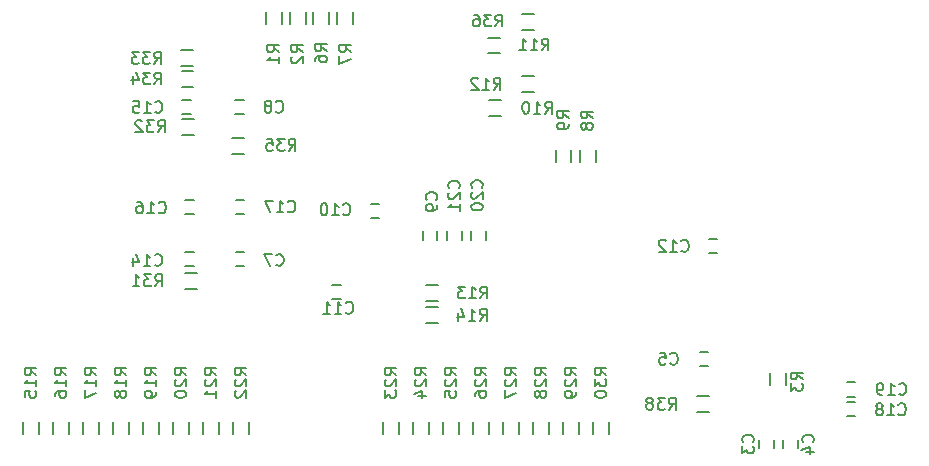
<source format=gbr>
G04 #@! TF.FileFunction,Legend,Bot*
%FSLAX46Y46*%
G04 Gerber Fmt 4.6, Leading zero omitted, Abs format (unit mm)*
G04 Created by KiCad (PCBNEW (2015-11-11 BZR 6310)-product) date Thu 17 Dec 2015 09:32:04 PM CST*
%MOMM*%
G01*
G04 APERTURE LIST*
%ADD10C,0.100000*%
%ADD11C,0.150000*%
G04 APERTURE END LIST*
D10*
D11*
X130415000Y-83780000D02*
X130415000Y-84780000D01*
X131765000Y-84780000D02*
X131765000Y-83780000D01*
X132425000Y-83780000D02*
X132425000Y-84780000D01*
X133775000Y-84780000D02*
X133775000Y-83780000D01*
X174485000Y-115300000D02*
X174485000Y-114300000D01*
X173135000Y-114300000D02*
X173135000Y-115300000D01*
X134415000Y-83780000D02*
X134415000Y-84780000D01*
X135765000Y-84780000D02*
X135765000Y-83780000D01*
X136425000Y-83780000D02*
X136425000Y-84780000D01*
X137775000Y-84780000D02*
X137775000Y-83780000D01*
X150346000Y-91229000D02*
X149346000Y-91229000D01*
X149346000Y-92579000D02*
X150346000Y-92579000D01*
X150196000Y-85919000D02*
X149196000Y-85919000D01*
X149196000Y-87269000D02*
X150196000Y-87269000D01*
X152120000Y-90555000D02*
X153120000Y-90555000D01*
X153120000Y-89205000D02*
X152120000Y-89205000D01*
X143950000Y-108245000D02*
X144950000Y-108245000D01*
X144950000Y-106895000D02*
X143950000Y-106895000D01*
X143950000Y-110085000D02*
X144950000Y-110085000D01*
X144950000Y-108735000D02*
X143950000Y-108735000D01*
X109854000Y-118451000D02*
X109854000Y-119451000D01*
X111204000Y-119451000D02*
X111204000Y-118451000D01*
X112394000Y-118451000D02*
X112394000Y-119451000D01*
X113744000Y-119451000D02*
X113744000Y-118451000D01*
X124610000Y-105825000D02*
X123610000Y-105825000D01*
X123610000Y-107175000D02*
X124610000Y-107175000D01*
X124330000Y-92815000D02*
X123330000Y-92815000D01*
X123330000Y-94165000D02*
X124330000Y-94165000D01*
X123260000Y-88325000D02*
X124260000Y-88325000D01*
X124260000Y-86975000D02*
X123260000Y-86975000D01*
X123280000Y-90105000D02*
X124280000Y-90105000D01*
X124280000Y-88755000D02*
X123280000Y-88755000D01*
X128580000Y-94395000D02*
X127580000Y-94395000D01*
X127580000Y-95745000D02*
X128580000Y-95745000D01*
X114934000Y-118451000D02*
X114934000Y-119451000D01*
X116284000Y-119451000D02*
X116284000Y-118451000D01*
X117474000Y-118451000D02*
X117474000Y-119451000D01*
X118824000Y-119451000D02*
X118824000Y-118451000D01*
X120014000Y-118451000D02*
X120014000Y-119451000D01*
X121364000Y-119451000D02*
X121364000Y-118451000D01*
X122554000Y-118451000D02*
X122554000Y-119451000D01*
X123904000Y-119451000D02*
X123904000Y-118451000D01*
X125094000Y-118451000D02*
X125094000Y-119451000D01*
X126444000Y-119451000D02*
X126444000Y-118451000D01*
X127634000Y-118451000D02*
X127634000Y-119451000D01*
X128984000Y-119451000D02*
X128984000Y-118451000D01*
X140334000Y-118451000D02*
X140334000Y-119451000D01*
X141684000Y-119451000D02*
X141684000Y-118451000D01*
X142874000Y-118451000D02*
X142874000Y-119451000D01*
X144224000Y-119451000D02*
X144224000Y-118451000D01*
X145414000Y-118451000D02*
X145414000Y-119451000D01*
X146764000Y-119451000D02*
X146764000Y-118451000D01*
X147954000Y-118451000D02*
X147954000Y-119451000D01*
X149304000Y-119451000D02*
X149304000Y-118451000D01*
X150494000Y-118451000D02*
X150494000Y-119451000D01*
X151844000Y-119451000D02*
X151844000Y-118451000D01*
X153034000Y-118451000D02*
X153034000Y-119451000D01*
X154384000Y-119451000D02*
X154384000Y-118451000D01*
X155574000Y-118451000D02*
X155574000Y-119451000D01*
X156924000Y-119451000D02*
X156924000Y-118451000D01*
X158114000Y-118451000D02*
X158114000Y-119451000D01*
X159464000Y-119451000D02*
X159464000Y-118451000D01*
X158335000Y-96470000D02*
X158335000Y-95470000D01*
X156985000Y-95470000D02*
X156985000Y-96470000D01*
X156289000Y-96464000D02*
X156289000Y-95464000D01*
X154939000Y-95464000D02*
X154939000Y-96464000D01*
X173402000Y-120698000D02*
X173402000Y-119998000D01*
X172202000Y-119998000D02*
X172202000Y-120698000D01*
X175434000Y-120698000D02*
X175434000Y-119998000D01*
X174234000Y-119998000D02*
X174234000Y-120698000D01*
X167890000Y-112560000D02*
X167190000Y-112560000D01*
X167190000Y-113760000D02*
X167890000Y-113760000D01*
X152140000Y-85245000D02*
X153140000Y-85245000D01*
X153140000Y-83895000D02*
X152140000Y-83895000D01*
X128570000Y-104080000D02*
X127870000Y-104080000D01*
X127870000Y-105280000D02*
X128570000Y-105280000D01*
X128530000Y-91210000D02*
X127830000Y-91210000D01*
X127830000Y-92410000D02*
X128530000Y-92410000D01*
X144930000Y-103020000D02*
X144930000Y-102320000D01*
X143730000Y-102320000D02*
X143730000Y-103020000D01*
X139978000Y-99972000D02*
X139278000Y-99972000D01*
X139278000Y-101172000D02*
X139978000Y-101172000D01*
X136740000Y-106890000D02*
X136040000Y-106890000D01*
X136040000Y-108090000D02*
X136740000Y-108090000D01*
X168600000Y-103000000D02*
X167900000Y-103000000D01*
X167900000Y-104200000D02*
X168600000Y-104200000D01*
X123610000Y-105290000D02*
X124310000Y-105290000D01*
X124310000Y-104090000D02*
X123610000Y-104090000D01*
X123350000Y-92410000D02*
X124050000Y-92410000D01*
X124050000Y-91210000D02*
X123350000Y-91210000D01*
X123610000Y-100870000D02*
X124310000Y-100870000D01*
X124310000Y-99670000D02*
X123610000Y-99670000D01*
X128570000Y-99670000D02*
X127870000Y-99670000D01*
X127870000Y-100870000D02*
X128570000Y-100870000D01*
X179610000Y-118000000D02*
X180310000Y-118000000D01*
X180310000Y-116800000D02*
X179610000Y-116800000D01*
X179610000Y-116320000D02*
X180310000Y-116320000D01*
X180310000Y-115120000D02*
X179610000Y-115120000D01*
X166940000Y-117655000D02*
X167940000Y-117655000D01*
X167940000Y-116305000D02*
X166940000Y-116305000D01*
X147819000Y-102337000D02*
X147819000Y-103037000D01*
X149019000Y-103037000D02*
X149019000Y-102337000D01*
X146987000Y-103037000D02*
X146987000Y-102337000D01*
X145787000Y-102337000D02*
X145787000Y-103037000D01*
X131542381Y-87161334D02*
X131066190Y-86828000D01*
X131542381Y-86589905D02*
X130542381Y-86589905D01*
X130542381Y-86970858D01*
X130590000Y-87066096D01*
X130637619Y-87113715D01*
X130732857Y-87161334D01*
X130875714Y-87161334D01*
X130970952Y-87113715D01*
X131018571Y-87066096D01*
X131066190Y-86970858D01*
X131066190Y-86589905D01*
X131542381Y-88113715D02*
X131542381Y-87542286D01*
X131542381Y-87828000D02*
X130542381Y-87828000D01*
X130685238Y-87732762D01*
X130780476Y-87637524D01*
X130828095Y-87542286D01*
X133552381Y-87161334D02*
X133076190Y-86828000D01*
X133552381Y-86589905D02*
X132552381Y-86589905D01*
X132552381Y-86970858D01*
X132600000Y-87066096D01*
X132647619Y-87113715D01*
X132742857Y-87161334D01*
X132885714Y-87161334D01*
X132980952Y-87113715D01*
X133028571Y-87066096D01*
X133076190Y-86970858D01*
X133076190Y-86589905D01*
X132647619Y-87542286D02*
X132600000Y-87589905D01*
X132552381Y-87685143D01*
X132552381Y-87923239D01*
X132600000Y-88018477D01*
X132647619Y-88066096D01*
X132742857Y-88113715D01*
X132838095Y-88113715D01*
X132980952Y-88066096D01*
X133552381Y-87494667D01*
X133552381Y-88113715D01*
X175862381Y-114853334D02*
X175386190Y-114520000D01*
X175862381Y-114281905D02*
X174862381Y-114281905D01*
X174862381Y-114662858D01*
X174910000Y-114758096D01*
X174957619Y-114805715D01*
X175052857Y-114853334D01*
X175195714Y-114853334D01*
X175290952Y-114805715D01*
X175338571Y-114758096D01*
X175386190Y-114662858D01*
X175386190Y-114281905D01*
X174862381Y-115186667D02*
X174862381Y-115805715D01*
X175243333Y-115472381D01*
X175243333Y-115615239D01*
X175290952Y-115710477D01*
X175338571Y-115758096D01*
X175433810Y-115805715D01*
X175671905Y-115805715D01*
X175767143Y-115758096D01*
X175814762Y-115710477D01*
X175862381Y-115615239D01*
X175862381Y-115329524D01*
X175814762Y-115234286D01*
X175767143Y-115186667D01*
X135572381Y-87073334D02*
X135096190Y-86740000D01*
X135572381Y-86501905D02*
X134572381Y-86501905D01*
X134572381Y-86882858D01*
X134620000Y-86978096D01*
X134667619Y-87025715D01*
X134762857Y-87073334D01*
X134905714Y-87073334D01*
X135000952Y-87025715D01*
X135048571Y-86978096D01*
X135096190Y-86882858D01*
X135096190Y-86501905D01*
X134572381Y-87930477D02*
X134572381Y-87740000D01*
X134620000Y-87644762D01*
X134667619Y-87597143D01*
X134810476Y-87501905D01*
X135000952Y-87454286D01*
X135381905Y-87454286D01*
X135477143Y-87501905D01*
X135524762Y-87549524D01*
X135572381Y-87644762D01*
X135572381Y-87835239D01*
X135524762Y-87930477D01*
X135477143Y-87978096D01*
X135381905Y-88025715D01*
X135143810Y-88025715D01*
X135048571Y-87978096D01*
X135000952Y-87930477D01*
X134953333Y-87835239D01*
X134953333Y-87644762D01*
X135000952Y-87549524D01*
X135048571Y-87501905D01*
X135143810Y-87454286D01*
X137642381Y-87153334D02*
X137166190Y-86820000D01*
X137642381Y-86581905D02*
X136642381Y-86581905D01*
X136642381Y-86962858D01*
X136690000Y-87058096D01*
X136737619Y-87105715D01*
X136832857Y-87153334D01*
X136975714Y-87153334D01*
X137070952Y-87105715D01*
X137118571Y-87058096D01*
X137166190Y-86962858D01*
X137166190Y-86581905D01*
X136642381Y-87486667D02*
X136642381Y-88153334D01*
X137642381Y-87724762D01*
X154044857Y-92356381D02*
X154378191Y-91880190D01*
X154616286Y-92356381D02*
X154616286Y-91356381D01*
X154235333Y-91356381D01*
X154140095Y-91404000D01*
X154092476Y-91451619D01*
X154044857Y-91546857D01*
X154044857Y-91689714D01*
X154092476Y-91784952D01*
X154140095Y-91832571D01*
X154235333Y-91880190D01*
X154616286Y-91880190D01*
X153092476Y-92356381D02*
X153663905Y-92356381D01*
X153378191Y-92356381D02*
X153378191Y-91356381D01*
X153473429Y-91499238D01*
X153568667Y-91594476D01*
X153663905Y-91642095D01*
X152473429Y-91356381D02*
X152378190Y-91356381D01*
X152282952Y-91404000D01*
X152235333Y-91451619D01*
X152187714Y-91546857D01*
X152140095Y-91737333D01*
X152140095Y-91975429D01*
X152187714Y-92165905D01*
X152235333Y-92261143D01*
X152282952Y-92308762D01*
X152378190Y-92356381D01*
X152473429Y-92356381D01*
X152568667Y-92308762D01*
X152616286Y-92261143D01*
X152663905Y-92165905D01*
X152711524Y-91975429D01*
X152711524Y-91737333D01*
X152663905Y-91546857D01*
X152616286Y-91451619D01*
X152568667Y-91404000D01*
X152473429Y-91356381D01*
X153772857Y-87002381D02*
X154106191Y-86526190D01*
X154344286Y-87002381D02*
X154344286Y-86002381D01*
X153963333Y-86002381D01*
X153868095Y-86050000D01*
X153820476Y-86097619D01*
X153772857Y-86192857D01*
X153772857Y-86335714D01*
X153820476Y-86430952D01*
X153868095Y-86478571D01*
X153963333Y-86526190D01*
X154344286Y-86526190D01*
X152820476Y-87002381D02*
X153391905Y-87002381D01*
X153106191Y-87002381D02*
X153106191Y-86002381D01*
X153201429Y-86145238D01*
X153296667Y-86240476D01*
X153391905Y-86288095D01*
X151868095Y-87002381D02*
X152439524Y-87002381D01*
X152153810Y-87002381D02*
X152153810Y-86002381D01*
X152249048Y-86145238D01*
X152344286Y-86240476D01*
X152439524Y-86288095D01*
X149706857Y-90332381D02*
X150040191Y-89856190D01*
X150278286Y-90332381D02*
X150278286Y-89332381D01*
X149897333Y-89332381D01*
X149802095Y-89380000D01*
X149754476Y-89427619D01*
X149706857Y-89522857D01*
X149706857Y-89665714D01*
X149754476Y-89760952D01*
X149802095Y-89808571D01*
X149897333Y-89856190D01*
X150278286Y-89856190D01*
X148754476Y-90332381D02*
X149325905Y-90332381D01*
X149040191Y-90332381D02*
X149040191Y-89332381D01*
X149135429Y-89475238D01*
X149230667Y-89570476D01*
X149325905Y-89618095D01*
X148373524Y-89427619D02*
X148325905Y-89380000D01*
X148230667Y-89332381D01*
X147992571Y-89332381D01*
X147897333Y-89380000D01*
X147849714Y-89427619D01*
X147802095Y-89522857D01*
X147802095Y-89618095D01*
X147849714Y-89760952D01*
X148421143Y-90332381D01*
X147802095Y-90332381D01*
X148572857Y-108012381D02*
X148906191Y-107536190D01*
X149144286Y-108012381D02*
X149144286Y-107012381D01*
X148763333Y-107012381D01*
X148668095Y-107060000D01*
X148620476Y-107107619D01*
X148572857Y-107202857D01*
X148572857Y-107345714D01*
X148620476Y-107440952D01*
X148668095Y-107488571D01*
X148763333Y-107536190D01*
X149144286Y-107536190D01*
X147620476Y-108012381D02*
X148191905Y-108012381D01*
X147906191Y-108012381D02*
X147906191Y-107012381D01*
X148001429Y-107155238D01*
X148096667Y-107250476D01*
X148191905Y-107298095D01*
X147287143Y-107012381D02*
X146668095Y-107012381D01*
X147001429Y-107393333D01*
X146858571Y-107393333D01*
X146763333Y-107440952D01*
X146715714Y-107488571D01*
X146668095Y-107583810D01*
X146668095Y-107821905D01*
X146715714Y-107917143D01*
X146763333Y-107964762D01*
X146858571Y-108012381D01*
X147144286Y-108012381D01*
X147239524Y-107964762D01*
X147287143Y-107917143D01*
X148532857Y-109892381D02*
X148866191Y-109416190D01*
X149104286Y-109892381D02*
X149104286Y-108892381D01*
X148723333Y-108892381D01*
X148628095Y-108940000D01*
X148580476Y-108987619D01*
X148532857Y-109082857D01*
X148532857Y-109225714D01*
X148580476Y-109320952D01*
X148628095Y-109368571D01*
X148723333Y-109416190D01*
X149104286Y-109416190D01*
X147580476Y-109892381D02*
X148151905Y-109892381D01*
X147866191Y-109892381D02*
X147866191Y-108892381D01*
X147961429Y-109035238D01*
X148056667Y-109130476D01*
X148151905Y-109178095D01*
X146723333Y-109225714D02*
X146723333Y-109892381D01*
X146961429Y-108844762D02*
X147199524Y-109559048D01*
X146580476Y-109559048D01*
X110981381Y-114498143D02*
X110505190Y-114164809D01*
X110981381Y-113926714D02*
X109981381Y-113926714D01*
X109981381Y-114307667D01*
X110029000Y-114402905D01*
X110076619Y-114450524D01*
X110171857Y-114498143D01*
X110314714Y-114498143D01*
X110409952Y-114450524D01*
X110457571Y-114402905D01*
X110505190Y-114307667D01*
X110505190Y-113926714D01*
X110981381Y-115450524D02*
X110981381Y-114879095D01*
X110981381Y-115164809D02*
X109981381Y-115164809D01*
X110124238Y-115069571D01*
X110219476Y-114974333D01*
X110267095Y-114879095D01*
X109981381Y-116355286D02*
X109981381Y-115879095D01*
X110457571Y-115831476D01*
X110409952Y-115879095D01*
X110362333Y-115974333D01*
X110362333Y-116212429D01*
X110409952Y-116307667D01*
X110457571Y-116355286D01*
X110552810Y-116402905D01*
X110790905Y-116402905D01*
X110886143Y-116355286D01*
X110933762Y-116307667D01*
X110981381Y-116212429D01*
X110981381Y-115974333D01*
X110933762Y-115879095D01*
X110886143Y-115831476D01*
X113521381Y-114498143D02*
X113045190Y-114164809D01*
X113521381Y-113926714D02*
X112521381Y-113926714D01*
X112521381Y-114307667D01*
X112569000Y-114402905D01*
X112616619Y-114450524D01*
X112711857Y-114498143D01*
X112854714Y-114498143D01*
X112949952Y-114450524D01*
X112997571Y-114402905D01*
X113045190Y-114307667D01*
X113045190Y-113926714D01*
X113521381Y-115450524D02*
X113521381Y-114879095D01*
X113521381Y-115164809D02*
X112521381Y-115164809D01*
X112664238Y-115069571D01*
X112759476Y-114974333D01*
X112807095Y-114879095D01*
X112521381Y-116307667D02*
X112521381Y-116117190D01*
X112569000Y-116021952D01*
X112616619Y-115974333D01*
X112759476Y-115879095D01*
X112949952Y-115831476D01*
X113330905Y-115831476D01*
X113426143Y-115879095D01*
X113473762Y-115926714D01*
X113521381Y-116021952D01*
X113521381Y-116212429D01*
X113473762Y-116307667D01*
X113426143Y-116355286D01*
X113330905Y-116402905D01*
X113092810Y-116402905D01*
X112997571Y-116355286D01*
X112949952Y-116307667D01*
X112902333Y-116212429D01*
X112902333Y-116021952D01*
X112949952Y-115926714D01*
X112997571Y-115879095D01*
X113092810Y-115831476D01*
X121037857Y-106979381D02*
X121371191Y-106503190D01*
X121609286Y-106979381D02*
X121609286Y-105979381D01*
X121228333Y-105979381D01*
X121133095Y-106027000D01*
X121085476Y-106074619D01*
X121037857Y-106169857D01*
X121037857Y-106312714D01*
X121085476Y-106407952D01*
X121133095Y-106455571D01*
X121228333Y-106503190D01*
X121609286Y-106503190D01*
X120704524Y-105979381D02*
X120085476Y-105979381D01*
X120418810Y-106360333D01*
X120275952Y-106360333D01*
X120180714Y-106407952D01*
X120133095Y-106455571D01*
X120085476Y-106550810D01*
X120085476Y-106788905D01*
X120133095Y-106884143D01*
X120180714Y-106931762D01*
X120275952Y-106979381D01*
X120561667Y-106979381D01*
X120656905Y-106931762D01*
X120704524Y-106884143D01*
X119133095Y-106979381D02*
X119704524Y-106979381D01*
X119418810Y-106979381D02*
X119418810Y-105979381D01*
X119514048Y-106122238D01*
X119609286Y-106217476D01*
X119704524Y-106265095D01*
X121262857Y-93922381D02*
X121596191Y-93446190D01*
X121834286Y-93922381D02*
X121834286Y-92922381D01*
X121453333Y-92922381D01*
X121358095Y-92970000D01*
X121310476Y-93017619D01*
X121262857Y-93112857D01*
X121262857Y-93255714D01*
X121310476Y-93350952D01*
X121358095Y-93398571D01*
X121453333Y-93446190D01*
X121834286Y-93446190D01*
X120929524Y-92922381D02*
X120310476Y-92922381D01*
X120643810Y-93303333D01*
X120500952Y-93303333D01*
X120405714Y-93350952D01*
X120358095Y-93398571D01*
X120310476Y-93493810D01*
X120310476Y-93731905D01*
X120358095Y-93827143D01*
X120405714Y-93874762D01*
X120500952Y-93922381D01*
X120786667Y-93922381D01*
X120881905Y-93874762D01*
X120929524Y-93827143D01*
X119929524Y-93017619D02*
X119881905Y-92970000D01*
X119786667Y-92922381D01*
X119548571Y-92922381D01*
X119453333Y-92970000D01*
X119405714Y-93017619D01*
X119358095Y-93112857D01*
X119358095Y-93208095D01*
X119405714Y-93350952D01*
X119977143Y-93922381D01*
X119358095Y-93922381D01*
X120952857Y-88152381D02*
X121286191Y-87676190D01*
X121524286Y-88152381D02*
X121524286Y-87152381D01*
X121143333Y-87152381D01*
X121048095Y-87200000D01*
X121000476Y-87247619D01*
X120952857Y-87342857D01*
X120952857Y-87485714D01*
X121000476Y-87580952D01*
X121048095Y-87628571D01*
X121143333Y-87676190D01*
X121524286Y-87676190D01*
X120619524Y-87152381D02*
X120000476Y-87152381D01*
X120333810Y-87533333D01*
X120190952Y-87533333D01*
X120095714Y-87580952D01*
X120048095Y-87628571D01*
X120000476Y-87723810D01*
X120000476Y-87961905D01*
X120048095Y-88057143D01*
X120095714Y-88104762D01*
X120190952Y-88152381D01*
X120476667Y-88152381D01*
X120571905Y-88104762D01*
X120619524Y-88057143D01*
X119667143Y-87152381D02*
X119048095Y-87152381D01*
X119381429Y-87533333D01*
X119238571Y-87533333D01*
X119143333Y-87580952D01*
X119095714Y-87628571D01*
X119048095Y-87723810D01*
X119048095Y-87961905D01*
X119095714Y-88057143D01*
X119143333Y-88104762D01*
X119238571Y-88152381D01*
X119524286Y-88152381D01*
X119619524Y-88104762D01*
X119667143Y-88057143D01*
X120972857Y-89882381D02*
X121306191Y-89406190D01*
X121544286Y-89882381D02*
X121544286Y-88882381D01*
X121163333Y-88882381D01*
X121068095Y-88930000D01*
X121020476Y-88977619D01*
X120972857Y-89072857D01*
X120972857Y-89215714D01*
X121020476Y-89310952D01*
X121068095Y-89358571D01*
X121163333Y-89406190D01*
X121544286Y-89406190D01*
X120639524Y-88882381D02*
X120020476Y-88882381D01*
X120353810Y-89263333D01*
X120210952Y-89263333D01*
X120115714Y-89310952D01*
X120068095Y-89358571D01*
X120020476Y-89453810D01*
X120020476Y-89691905D01*
X120068095Y-89787143D01*
X120115714Y-89834762D01*
X120210952Y-89882381D01*
X120496667Y-89882381D01*
X120591905Y-89834762D01*
X120639524Y-89787143D01*
X119163333Y-89215714D02*
X119163333Y-89882381D01*
X119401429Y-88834762D02*
X119639524Y-89549048D01*
X119020476Y-89549048D01*
X132346857Y-95500381D02*
X132680191Y-95024190D01*
X132918286Y-95500381D02*
X132918286Y-94500381D01*
X132537333Y-94500381D01*
X132442095Y-94548000D01*
X132394476Y-94595619D01*
X132346857Y-94690857D01*
X132346857Y-94833714D01*
X132394476Y-94928952D01*
X132442095Y-94976571D01*
X132537333Y-95024190D01*
X132918286Y-95024190D01*
X132013524Y-94500381D02*
X131394476Y-94500381D01*
X131727810Y-94881333D01*
X131584952Y-94881333D01*
X131489714Y-94928952D01*
X131442095Y-94976571D01*
X131394476Y-95071810D01*
X131394476Y-95309905D01*
X131442095Y-95405143D01*
X131489714Y-95452762D01*
X131584952Y-95500381D01*
X131870667Y-95500381D01*
X131965905Y-95452762D01*
X132013524Y-95405143D01*
X130489714Y-94500381D02*
X130965905Y-94500381D01*
X131013524Y-94976571D01*
X130965905Y-94928952D01*
X130870667Y-94881333D01*
X130632571Y-94881333D01*
X130537333Y-94928952D01*
X130489714Y-94976571D01*
X130442095Y-95071810D01*
X130442095Y-95309905D01*
X130489714Y-95405143D01*
X130537333Y-95452762D01*
X130632571Y-95500381D01*
X130870667Y-95500381D01*
X130965905Y-95452762D01*
X131013524Y-95405143D01*
X116061381Y-114498143D02*
X115585190Y-114164809D01*
X116061381Y-113926714D02*
X115061381Y-113926714D01*
X115061381Y-114307667D01*
X115109000Y-114402905D01*
X115156619Y-114450524D01*
X115251857Y-114498143D01*
X115394714Y-114498143D01*
X115489952Y-114450524D01*
X115537571Y-114402905D01*
X115585190Y-114307667D01*
X115585190Y-113926714D01*
X116061381Y-115450524D02*
X116061381Y-114879095D01*
X116061381Y-115164809D02*
X115061381Y-115164809D01*
X115204238Y-115069571D01*
X115299476Y-114974333D01*
X115347095Y-114879095D01*
X115061381Y-115783857D02*
X115061381Y-116450524D01*
X116061381Y-116021952D01*
X118601381Y-114498143D02*
X118125190Y-114164809D01*
X118601381Y-113926714D02*
X117601381Y-113926714D01*
X117601381Y-114307667D01*
X117649000Y-114402905D01*
X117696619Y-114450524D01*
X117791857Y-114498143D01*
X117934714Y-114498143D01*
X118029952Y-114450524D01*
X118077571Y-114402905D01*
X118125190Y-114307667D01*
X118125190Y-113926714D01*
X118601381Y-115450524D02*
X118601381Y-114879095D01*
X118601381Y-115164809D02*
X117601381Y-115164809D01*
X117744238Y-115069571D01*
X117839476Y-114974333D01*
X117887095Y-114879095D01*
X118029952Y-116021952D02*
X117982333Y-115926714D01*
X117934714Y-115879095D01*
X117839476Y-115831476D01*
X117791857Y-115831476D01*
X117696619Y-115879095D01*
X117649000Y-115926714D01*
X117601381Y-116021952D01*
X117601381Y-116212429D01*
X117649000Y-116307667D01*
X117696619Y-116355286D01*
X117791857Y-116402905D01*
X117839476Y-116402905D01*
X117934714Y-116355286D01*
X117982333Y-116307667D01*
X118029952Y-116212429D01*
X118029952Y-116021952D01*
X118077571Y-115926714D01*
X118125190Y-115879095D01*
X118220429Y-115831476D01*
X118410905Y-115831476D01*
X118506143Y-115879095D01*
X118553762Y-115926714D01*
X118601381Y-116021952D01*
X118601381Y-116212429D01*
X118553762Y-116307667D01*
X118506143Y-116355286D01*
X118410905Y-116402905D01*
X118220429Y-116402905D01*
X118125190Y-116355286D01*
X118077571Y-116307667D01*
X118029952Y-116212429D01*
X121141381Y-114498143D02*
X120665190Y-114164809D01*
X121141381Y-113926714D02*
X120141381Y-113926714D01*
X120141381Y-114307667D01*
X120189000Y-114402905D01*
X120236619Y-114450524D01*
X120331857Y-114498143D01*
X120474714Y-114498143D01*
X120569952Y-114450524D01*
X120617571Y-114402905D01*
X120665190Y-114307667D01*
X120665190Y-113926714D01*
X121141381Y-115450524D02*
X121141381Y-114879095D01*
X121141381Y-115164809D02*
X120141381Y-115164809D01*
X120284238Y-115069571D01*
X120379476Y-114974333D01*
X120427095Y-114879095D01*
X121141381Y-115926714D02*
X121141381Y-116117190D01*
X121093762Y-116212429D01*
X121046143Y-116260048D01*
X120903286Y-116355286D01*
X120712810Y-116402905D01*
X120331857Y-116402905D01*
X120236619Y-116355286D01*
X120189000Y-116307667D01*
X120141381Y-116212429D01*
X120141381Y-116021952D01*
X120189000Y-115926714D01*
X120236619Y-115879095D01*
X120331857Y-115831476D01*
X120569952Y-115831476D01*
X120665190Y-115879095D01*
X120712810Y-115926714D01*
X120760429Y-116021952D01*
X120760429Y-116212429D01*
X120712810Y-116307667D01*
X120665190Y-116355286D01*
X120569952Y-116402905D01*
X123681381Y-114498143D02*
X123205190Y-114164809D01*
X123681381Y-113926714D02*
X122681381Y-113926714D01*
X122681381Y-114307667D01*
X122729000Y-114402905D01*
X122776619Y-114450524D01*
X122871857Y-114498143D01*
X123014714Y-114498143D01*
X123109952Y-114450524D01*
X123157571Y-114402905D01*
X123205190Y-114307667D01*
X123205190Y-113926714D01*
X122776619Y-114879095D02*
X122729000Y-114926714D01*
X122681381Y-115021952D01*
X122681381Y-115260048D01*
X122729000Y-115355286D01*
X122776619Y-115402905D01*
X122871857Y-115450524D01*
X122967095Y-115450524D01*
X123109952Y-115402905D01*
X123681381Y-114831476D01*
X123681381Y-115450524D01*
X122681381Y-116069571D02*
X122681381Y-116164810D01*
X122729000Y-116260048D01*
X122776619Y-116307667D01*
X122871857Y-116355286D01*
X123062333Y-116402905D01*
X123300429Y-116402905D01*
X123490905Y-116355286D01*
X123586143Y-116307667D01*
X123633762Y-116260048D01*
X123681381Y-116164810D01*
X123681381Y-116069571D01*
X123633762Y-115974333D01*
X123586143Y-115926714D01*
X123490905Y-115879095D01*
X123300429Y-115831476D01*
X123062333Y-115831476D01*
X122871857Y-115879095D01*
X122776619Y-115926714D01*
X122729000Y-115974333D01*
X122681381Y-116069571D01*
X126221381Y-114498143D02*
X125745190Y-114164809D01*
X126221381Y-113926714D02*
X125221381Y-113926714D01*
X125221381Y-114307667D01*
X125269000Y-114402905D01*
X125316619Y-114450524D01*
X125411857Y-114498143D01*
X125554714Y-114498143D01*
X125649952Y-114450524D01*
X125697571Y-114402905D01*
X125745190Y-114307667D01*
X125745190Y-113926714D01*
X125316619Y-114879095D02*
X125269000Y-114926714D01*
X125221381Y-115021952D01*
X125221381Y-115260048D01*
X125269000Y-115355286D01*
X125316619Y-115402905D01*
X125411857Y-115450524D01*
X125507095Y-115450524D01*
X125649952Y-115402905D01*
X126221381Y-114831476D01*
X126221381Y-115450524D01*
X126221381Y-116402905D02*
X126221381Y-115831476D01*
X126221381Y-116117190D02*
X125221381Y-116117190D01*
X125364238Y-116021952D01*
X125459476Y-115926714D01*
X125507095Y-115831476D01*
X128761381Y-114498143D02*
X128285190Y-114164809D01*
X128761381Y-113926714D02*
X127761381Y-113926714D01*
X127761381Y-114307667D01*
X127809000Y-114402905D01*
X127856619Y-114450524D01*
X127951857Y-114498143D01*
X128094714Y-114498143D01*
X128189952Y-114450524D01*
X128237571Y-114402905D01*
X128285190Y-114307667D01*
X128285190Y-113926714D01*
X127856619Y-114879095D02*
X127809000Y-114926714D01*
X127761381Y-115021952D01*
X127761381Y-115260048D01*
X127809000Y-115355286D01*
X127856619Y-115402905D01*
X127951857Y-115450524D01*
X128047095Y-115450524D01*
X128189952Y-115402905D01*
X128761381Y-114831476D01*
X128761381Y-115450524D01*
X127856619Y-115831476D02*
X127809000Y-115879095D01*
X127761381Y-115974333D01*
X127761381Y-116212429D01*
X127809000Y-116307667D01*
X127856619Y-116355286D01*
X127951857Y-116402905D01*
X128047095Y-116402905D01*
X128189952Y-116355286D01*
X128761381Y-115783857D01*
X128761381Y-116402905D01*
X141461381Y-114498143D02*
X140985190Y-114164809D01*
X141461381Y-113926714D02*
X140461381Y-113926714D01*
X140461381Y-114307667D01*
X140509000Y-114402905D01*
X140556619Y-114450524D01*
X140651857Y-114498143D01*
X140794714Y-114498143D01*
X140889952Y-114450524D01*
X140937571Y-114402905D01*
X140985190Y-114307667D01*
X140985190Y-113926714D01*
X140556619Y-114879095D02*
X140509000Y-114926714D01*
X140461381Y-115021952D01*
X140461381Y-115260048D01*
X140509000Y-115355286D01*
X140556619Y-115402905D01*
X140651857Y-115450524D01*
X140747095Y-115450524D01*
X140889952Y-115402905D01*
X141461381Y-114831476D01*
X141461381Y-115450524D01*
X140461381Y-115783857D02*
X140461381Y-116402905D01*
X140842333Y-116069571D01*
X140842333Y-116212429D01*
X140889952Y-116307667D01*
X140937571Y-116355286D01*
X141032810Y-116402905D01*
X141270905Y-116402905D01*
X141366143Y-116355286D01*
X141413762Y-116307667D01*
X141461381Y-116212429D01*
X141461381Y-115926714D01*
X141413762Y-115831476D01*
X141366143Y-115783857D01*
X144001381Y-114498143D02*
X143525190Y-114164809D01*
X144001381Y-113926714D02*
X143001381Y-113926714D01*
X143001381Y-114307667D01*
X143049000Y-114402905D01*
X143096619Y-114450524D01*
X143191857Y-114498143D01*
X143334714Y-114498143D01*
X143429952Y-114450524D01*
X143477571Y-114402905D01*
X143525190Y-114307667D01*
X143525190Y-113926714D01*
X143096619Y-114879095D02*
X143049000Y-114926714D01*
X143001381Y-115021952D01*
X143001381Y-115260048D01*
X143049000Y-115355286D01*
X143096619Y-115402905D01*
X143191857Y-115450524D01*
X143287095Y-115450524D01*
X143429952Y-115402905D01*
X144001381Y-114831476D01*
X144001381Y-115450524D01*
X143334714Y-116307667D02*
X144001381Y-116307667D01*
X142953762Y-116069571D02*
X143668048Y-115831476D01*
X143668048Y-116450524D01*
X146541381Y-114498143D02*
X146065190Y-114164809D01*
X146541381Y-113926714D02*
X145541381Y-113926714D01*
X145541381Y-114307667D01*
X145589000Y-114402905D01*
X145636619Y-114450524D01*
X145731857Y-114498143D01*
X145874714Y-114498143D01*
X145969952Y-114450524D01*
X146017571Y-114402905D01*
X146065190Y-114307667D01*
X146065190Y-113926714D01*
X145636619Y-114879095D02*
X145589000Y-114926714D01*
X145541381Y-115021952D01*
X145541381Y-115260048D01*
X145589000Y-115355286D01*
X145636619Y-115402905D01*
X145731857Y-115450524D01*
X145827095Y-115450524D01*
X145969952Y-115402905D01*
X146541381Y-114831476D01*
X146541381Y-115450524D01*
X145541381Y-116355286D02*
X145541381Y-115879095D01*
X146017571Y-115831476D01*
X145969952Y-115879095D01*
X145922333Y-115974333D01*
X145922333Y-116212429D01*
X145969952Y-116307667D01*
X146017571Y-116355286D01*
X146112810Y-116402905D01*
X146350905Y-116402905D01*
X146446143Y-116355286D01*
X146493762Y-116307667D01*
X146541381Y-116212429D01*
X146541381Y-115974333D01*
X146493762Y-115879095D01*
X146446143Y-115831476D01*
X149081381Y-114498143D02*
X148605190Y-114164809D01*
X149081381Y-113926714D02*
X148081381Y-113926714D01*
X148081381Y-114307667D01*
X148129000Y-114402905D01*
X148176619Y-114450524D01*
X148271857Y-114498143D01*
X148414714Y-114498143D01*
X148509952Y-114450524D01*
X148557571Y-114402905D01*
X148605190Y-114307667D01*
X148605190Y-113926714D01*
X148176619Y-114879095D02*
X148129000Y-114926714D01*
X148081381Y-115021952D01*
X148081381Y-115260048D01*
X148129000Y-115355286D01*
X148176619Y-115402905D01*
X148271857Y-115450524D01*
X148367095Y-115450524D01*
X148509952Y-115402905D01*
X149081381Y-114831476D01*
X149081381Y-115450524D01*
X148081381Y-116307667D02*
X148081381Y-116117190D01*
X148129000Y-116021952D01*
X148176619Y-115974333D01*
X148319476Y-115879095D01*
X148509952Y-115831476D01*
X148890905Y-115831476D01*
X148986143Y-115879095D01*
X149033762Y-115926714D01*
X149081381Y-116021952D01*
X149081381Y-116212429D01*
X149033762Y-116307667D01*
X148986143Y-116355286D01*
X148890905Y-116402905D01*
X148652810Y-116402905D01*
X148557571Y-116355286D01*
X148509952Y-116307667D01*
X148462333Y-116212429D01*
X148462333Y-116021952D01*
X148509952Y-115926714D01*
X148557571Y-115879095D01*
X148652810Y-115831476D01*
X151621381Y-114498143D02*
X151145190Y-114164809D01*
X151621381Y-113926714D02*
X150621381Y-113926714D01*
X150621381Y-114307667D01*
X150669000Y-114402905D01*
X150716619Y-114450524D01*
X150811857Y-114498143D01*
X150954714Y-114498143D01*
X151049952Y-114450524D01*
X151097571Y-114402905D01*
X151145190Y-114307667D01*
X151145190Y-113926714D01*
X150716619Y-114879095D02*
X150669000Y-114926714D01*
X150621381Y-115021952D01*
X150621381Y-115260048D01*
X150669000Y-115355286D01*
X150716619Y-115402905D01*
X150811857Y-115450524D01*
X150907095Y-115450524D01*
X151049952Y-115402905D01*
X151621381Y-114831476D01*
X151621381Y-115450524D01*
X150621381Y-115783857D02*
X150621381Y-116450524D01*
X151621381Y-116021952D01*
X154161381Y-114498143D02*
X153685190Y-114164809D01*
X154161381Y-113926714D02*
X153161381Y-113926714D01*
X153161381Y-114307667D01*
X153209000Y-114402905D01*
X153256619Y-114450524D01*
X153351857Y-114498143D01*
X153494714Y-114498143D01*
X153589952Y-114450524D01*
X153637571Y-114402905D01*
X153685190Y-114307667D01*
X153685190Y-113926714D01*
X153256619Y-114879095D02*
X153209000Y-114926714D01*
X153161381Y-115021952D01*
X153161381Y-115260048D01*
X153209000Y-115355286D01*
X153256619Y-115402905D01*
X153351857Y-115450524D01*
X153447095Y-115450524D01*
X153589952Y-115402905D01*
X154161381Y-114831476D01*
X154161381Y-115450524D01*
X153589952Y-116021952D02*
X153542333Y-115926714D01*
X153494714Y-115879095D01*
X153399476Y-115831476D01*
X153351857Y-115831476D01*
X153256619Y-115879095D01*
X153209000Y-115926714D01*
X153161381Y-116021952D01*
X153161381Y-116212429D01*
X153209000Y-116307667D01*
X153256619Y-116355286D01*
X153351857Y-116402905D01*
X153399476Y-116402905D01*
X153494714Y-116355286D01*
X153542333Y-116307667D01*
X153589952Y-116212429D01*
X153589952Y-116021952D01*
X153637571Y-115926714D01*
X153685190Y-115879095D01*
X153780429Y-115831476D01*
X153970905Y-115831476D01*
X154066143Y-115879095D01*
X154113762Y-115926714D01*
X154161381Y-116021952D01*
X154161381Y-116212429D01*
X154113762Y-116307667D01*
X154066143Y-116355286D01*
X153970905Y-116402905D01*
X153780429Y-116402905D01*
X153685190Y-116355286D01*
X153637571Y-116307667D01*
X153589952Y-116212429D01*
X156701381Y-114498143D02*
X156225190Y-114164809D01*
X156701381Y-113926714D02*
X155701381Y-113926714D01*
X155701381Y-114307667D01*
X155749000Y-114402905D01*
X155796619Y-114450524D01*
X155891857Y-114498143D01*
X156034714Y-114498143D01*
X156129952Y-114450524D01*
X156177571Y-114402905D01*
X156225190Y-114307667D01*
X156225190Y-113926714D01*
X155796619Y-114879095D02*
X155749000Y-114926714D01*
X155701381Y-115021952D01*
X155701381Y-115260048D01*
X155749000Y-115355286D01*
X155796619Y-115402905D01*
X155891857Y-115450524D01*
X155987095Y-115450524D01*
X156129952Y-115402905D01*
X156701381Y-114831476D01*
X156701381Y-115450524D01*
X156701381Y-115926714D02*
X156701381Y-116117190D01*
X156653762Y-116212429D01*
X156606143Y-116260048D01*
X156463286Y-116355286D01*
X156272810Y-116402905D01*
X155891857Y-116402905D01*
X155796619Y-116355286D01*
X155749000Y-116307667D01*
X155701381Y-116212429D01*
X155701381Y-116021952D01*
X155749000Y-115926714D01*
X155796619Y-115879095D01*
X155891857Y-115831476D01*
X156129952Y-115831476D01*
X156225190Y-115879095D01*
X156272810Y-115926714D01*
X156320429Y-116021952D01*
X156320429Y-116212429D01*
X156272810Y-116307667D01*
X156225190Y-116355286D01*
X156129952Y-116402905D01*
X159241381Y-114498143D02*
X158765190Y-114164809D01*
X159241381Y-113926714D02*
X158241381Y-113926714D01*
X158241381Y-114307667D01*
X158289000Y-114402905D01*
X158336619Y-114450524D01*
X158431857Y-114498143D01*
X158574714Y-114498143D01*
X158669952Y-114450524D01*
X158717571Y-114402905D01*
X158765190Y-114307667D01*
X158765190Y-113926714D01*
X158241381Y-114831476D02*
X158241381Y-115450524D01*
X158622333Y-115117190D01*
X158622333Y-115260048D01*
X158669952Y-115355286D01*
X158717571Y-115402905D01*
X158812810Y-115450524D01*
X159050905Y-115450524D01*
X159146143Y-115402905D01*
X159193762Y-115355286D01*
X159241381Y-115260048D01*
X159241381Y-114974333D01*
X159193762Y-114879095D01*
X159146143Y-114831476D01*
X158241381Y-116069571D02*
X158241381Y-116164810D01*
X158289000Y-116260048D01*
X158336619Y-116307667D01*
X158431857Y-116355286D01*
X158622333Y-116402905D01*
X158860429Y-116402905D01*
X159050905Y-116355286D01*
X159146143Y-116307667D01*
X159193762Y-116260048D01*
X159241381Y-116164810D01*
X159241381Y-116069571D01*
X159193762Y-115974333D01*
X159146143Y-115926714D01*
X159050905Y-115879095D01*
X158860429Y-115831476D01*
X158622333Y-115831476D01*
X158431857Y-115879095D01*
X158336619Y-115926714D01*
X158289000Y-115974333D01*
X158241381Y-116069571D01*
X158112381Y-92755334D02*
X157636190Y-92422000D01*
X158112381Y-92183905D02*
X157112381Y-92183905D01*
X157112381Y-92564858D01*
X157160000Y-92660096D01*
X157207619Y-92707715D01*
X157302857Y-92755334D01*
X157445714Y-92755334D01*
X157540952Y-92707715D01*
X157588571Y-92660096D01*
X157636190Y-92564858D01*
X157636190Y-92183905D01*
X157540952Y-93326762D02*
X157493333Y-93231524D01*
X157445714Y-93183905D01*
X157350476Y-93136286D01*
X157302857Y-93136286D01*
X157207619Y-93183905D01*
X157160000Y-93231524D01*
X157112381Y-93326762D01*
X157112381Y-93517239D01*
X157160000Y-93612477D01*
X157207619Y-93660096D01*
X157302857Y-93707715D01*
X157350476Y-93707715D01*
X157445714Y-93660096D01*
X157493333Y-93612477D01*
X157540952Y-93517239D01*
X157540952Y-93326762D01*
X157588571Y-93231524D01*
X157636190Y-93183905D01*
X157731429Y-93136286D01*
X157921905Y-93136286D01*
X158017143Y-93183905D01*
X158064762Y-93231524D01*
X158112381Y-93326762D01*
X158112381Y-93517239D01*
X158064762Y-93612477D01*
X158017143Y-93660096D01*
X157921905Y-93707715D01*
X157731429Y-93707715D01*
X157636190Y-93660096D01*
X157588571Y-93612477D01*
X157540952Y-93517239D01*
X156066381Y-92749334D02*
X155590190Y-92416000D01*
X156066381Y-92177905D02*
X155066381Y-92177905D01*
X155066381Y-92558858D01*
X155114000Y-92654096D01*
X155161619Y-92701715D01*
X155256857Y-92749334D01*
X155399714Y-92749334D01*
X155494952Y-92701715D01*
X155542571Y-92654096D01*
X155590190Y-92558858D01*
X155590190Y-92177905D01*
X156066381Y-93225524D02*
X156066381Y-93416000D01*
X156018762Y-93511239D01*
X155971143Y-93558858D01*
X155828286Y-93654096D01*
X155637810Y-93701715D01*
X155256857Y-93701715D01*
X155161619Y-93654096D01*
X155114000Y-93606477D01*
X155066381Y-93511239D01*
X155066381Y-93320762D01*
X155114000Y-93225524D01*
X155161619Y-93177905D01*
X155256857Y-93130286D01*
X155494952Y-93130286D01*
X155590190Y-93177905D01*
X155637810Y-93225524D01*
X155685429Y-93320762D01*
X155685429Y-93511239D01*
X155637810Y-93606477D01*
X155590190Y-93654096D01*
X155494952Y-93701715D01*
X171635143Y-120181334D02*
X171682762Y-120133715D01*
X171730381Y-119990858D01*
X171730381Y-119895620D01*
X171682762Y-119752762D01*
X171587524Y-119657524D01*
X171492286Y-119609905D01*
X171301810Y-119562286D01*
X171158952Y-119562286D01*
X170968476Y-119609905D01*
X170873238Y-119657524D01*
X170778000Y-119752762D01*
X170730381Y-119895620D01*
X170730381Y-119990858D01*
X170778000Y-120133715D01*
X170825619Y-120181334D01*
X170730381Y-120514667D02*
X170730381Y-121133715D01*
X171111333Y-120800381D01*
X171111333Y-120943239D01*
X171158952Y-121038477D01*
X171206571Y-121086096D01*
X171301810Y-121133715D01*
X171539905Y-121133715D01*
X171635143Y-121086096D01*
X171682762Y-121038477D01*
X171730381Y-120943239D01*
X171730381Y-120657524D01*
X171682762Y-120562286D01*
X171635143Y-120514667D01*
X176715143Y-120181334D02*
X176762762Y-120133715D01*
X176810381Y-119990858D01*
X176810381Y-119895620D01*
X176762762Y-119752762D01*
X176667524Y-119657524D01*
X176572286Y-119609905D01*
X176381810Y-119562286D01*
X176238952Y-119562286D01*
X176048476Y-119609905D01*
X175953238Y-119657524D01*
X175858000Y-119752762D01*
X175810381Y-119895620D01*
X175810381Y-119990858D01*
X175858000Y-120133715D01*
X175905619Y-120181334D01*
X176143714Y-121038477D02*
X176810381Y-121038477D01*
X175762762Y-120800381D02*
X176477048Y-120562286D01*
X176477048Y-121181334D01*
X164658666Y-113517143D02*
X164706285Y-113564762D01*
X164849142Y-113612381D01*
X164944380Y-113612381D01*
X165087238Y-113564762D01*
X165182476Y-113469524D01*
X165230095Y-113374286D01*
X165277714Y-113183810D01*
X165277714Y-113040952D01*
X165230095Y-112850476D01*
X165182476Y-112755238D01*
X165087238Y-112660000D01*
X164944380Y-112612381D01*
X164849142Y-112612381D01*
X164706285Y-112660000D01*
X164658666Y-112707619D01*
X163753904Y-112612381D02*
X164230095Y-112612381D01*
X164277714Y-113088571D01*
X164230095Y-113040952D01*
X164134857Y-112993333D01*
X163896761Y-112993333D01*
X163801523Y-113040952D01*
X163753904Y-113088571D01*
X163706285Y-113183810D01*
X163706285Y-113421905D01*
X163753904Y-113517143D01*
X163801523Y-113564762D01*
X163896761Y-113612381D01*
X164134857Y-113612381D01*
X164230095Y-113564762D01*
X164277714Y-113517143D01*
X149848857Y-84984381D02*
X150182191Y-84508190D01*
X150420286Y-84984381D02*
X150420286Y-83984381D01*
X150039333Y-83984381D01*
X149944095Y-84032000D01*
X149896476Y-84079619D01*
X149848857Y-84174857D01*
X149848857Y-84317714D01*
X149896476Y-84412952D01*
X149944095Y-84460571D01*
X150039333Y-84508190D01*
X150420286Y-84508190D01*
X149515524Y-83984381D02*
X148896476Y-83984381D01*
X149229810Y-84365333D01*
X149086952Y-84365333D01*
X148991714Y-84412952D01*
X148944095Y-84460571D01*
X148896476Y-84555810D01*
X148896476Y-84793905D01*
X148944095Y-84889143D01*
X148991714Y-84936762D01*
X149086952Y-84984381D01*
X149372667Y-84984381D01*
X149467905Y-84936762D01*
X149515524Y-84889143D01*
X148039333Y-83984381D02*
X148229810Y-83984381D01*
X148325048Y-84032000D01*
X148372667Y-84079619D01*
X148467905Y-84222476D01*
X148515524Y-84412952D01*
X148515524Y-84793905D01*
X148467905Y-84889143D01*
X148420286Y-84936762D01*
X148325048Y-84984381D01*
X148134571Y-84984381D01*
X148039333Y-84936762D01*
X147991714Y-84889143D01*
X147944095Y-84793905D01*
X147944095Y-84555810D01*
X147991714Y-84460571D01*
X148039333Y-84412952D01*
X148134571Y-84365333D01*
X148325048Y-84365333D01*
X148420286Y-84412952D01*
X148467905Y-84460571D01*
X148515524Y-84555810D01*
X131296666Y-105167143D02*
X131344285Y-105214762D01*
X131487142Y-105262381D01*
X131582380Y-105262381D01*
X131725238Y-105214762D01*
X131820476Y-105119524D01*
X131868095Y-105024286D01*
X131915714Y-104833810D01*
X131915714Y-104690952D01*
X131868095Y-104500476D01*
X131820476Y-104405238D01*
X131725238Y-104310000D01*
X131582380Y-104262381D01*
X131487142Y-104262381D01*
X131344285Y-104310000D01*
X131296666Y-104357619D01*
X130963333Y-104262381D02*
X130296666Y-104262381D01*
X130725238Y-105262381D01*
X131266666Y-92177143D02*
X131314285Y-92224762D01*
X131457142Y-92272381D01*
X131552380Y-92272381D01*
X131695238Y-92224762D01*
X131790476Y-92129524D01*
X131838095Y-92034286D01*
X131885714Y-91843810D01*
X131885714Y-91700952D01*
X131838095Y-91510476D01*
X131790476Y-91415238D01*
X131695238Y-91320000D01*
X131552380Y-91272381D01*
X131457142Y-91272381D01*
X131314285Y-91320000D01*
X131266666Y-91367619D01*
X130695238Y-91700952D02*
X130790476Y-91653333D01*
X130838095Y-91605714D01*
X130885714Y-91510476D01*
X130885714Y-91462857D01*
X130838095Y-91367619D01*
X130790476Y-91320000D01*
X130695238Y-91272381D01*
X130504761Y-91272381D01*
X130409523Y-91320000D01*
X130361904Y-91367619D01*
X130314285Y-91462857D01*
X130314285Y-91510476D01*
X130361904Y-91605714D01*
X130409523Y-91653333D01*
X130504761Y-91700952D01*
X130695238Y-91700952D01*
X130790476Y-91748571D01*
X130838095Y-91796190D01*
X130885714Y-91891429D01*
X130885714Y-92081905D01*
X130838095Y-92177143D01*
X130790476Y-92224762D01*
X130695238Y-92272381D01*
X130504761Y-92272381D01*
X130409523Y-92224762D01*
X130361904Y-92177143D01*
X130314285Y-92081905D01*
X130314285Y-91891429D01*
X130361904Y-91796190D01*
X130409523Y-91748571D01*
X130504761Y-91700952D01*
X144837143Y-99653334D02*
X144884762Y-99605715D01*
X144932381Y-99462858D01*
X144932381Y-99367620D01*
X144884762Y-99224762D01*
X144789524Y-99129524D01*
X144694286Y-99081905D01*
X144503810Y-99034286D01*
X144360952Y-99034286D01*
X144170476Y-99081905D01*
X144075238Y-99129524D01*
X143980000Y-99224762D01*
X143932381Y-99367620D01*
X143932381Y-99462858D01*
X143980000Y-99605715D01*
X144027619Y-99653334D01*
X144932381Y-100129524D02*
X144932381Y-100320000D01*
X144884762Y-100415239D01*
X144837143Y-100462858D01*
X144694286Y-100558096D01*
X144503810Y-100605715D01*
X144122857Y-100605715D01*
X144027619Y-100558096D01*
X143980000Y-100510477D01*
X143932381Y-100415239D01*
X143932381Y-100224762D01*
X143980000Y-100129524D01*
X144027619Y-100081905D01*
X144122857Y-100034286D01*
X144360952Y-100034286D01*
X144456190Y-100081905D01*
X144503810Y-100129524D01*
X144551429Y-100224762D01*
X144551429Y-100415239D01*
X144503810Y-100510477D01*
X144456190Y-100558096D01*
X144360952Y-100605715D01*
X136952857Y-100867143D02*
X137000476Y-100914762D01*
X137143333Y-100962381D01*
X137238571Y-100962381D01*
X137381429Y-100914762D01*
X137476667Y-100819524D01*
X137524286Y-100724286D01*
X137571905Y-100533810D01*
X137571905Y-100390952D01*
X137524286Y-100200476D01*
X137476667Y-100105238D01*
X137381429Y-100010000D01*
X137238571Y-99962381D01*
X137143333Y-99962381D01*
X137000476Y-100010000D01*
X136952857Y-100057619D01*
X136000476Y-100962381D02*
X136571905Y-100962381D01*
X136286191Y-100962381D02*
X136286191Y-99962381D01*
X136381429Y-100105238D01*
X136476667Y-100200476D01*
X136571905Y-100248095D01*
X135381429Y-99962381D02*
X135286190Y-99962381D01*
X135190952Y-100010000D01*
X135143333Y-100057619D01*
X135095714Y-100152857D01*
X135048095Y-100343333D01*
X135048095Y-100581429D01*
X135095714Y-100771905D01*
X135143333Y-100867143D01*
X135190952Y-100914762D01*
X135286190Y-100962381D01*
X135381429Y-100962381D01*
X135476667Y-100914762D01*
X135524286Y-100867143D01*
X135571905Y-100771905D01*
X135619524Y-100581429D01*
X135619524Y-100343333D01*
X135571905Y-100152857D01*
X135524286Y-100057619D01*
X135476667Y-100010000D01*
X135381429Y-99962381D01*
X137186857Y-109189143D02*
X137234476Y-109236762D01*
X137377333Y-109284381D01*
X137472571Y-109284381D01*
X137615429Y-109236762D01*
X137710667Y-109141524D01*
X137758286Y-109046286D01*
X137805905Y-108855810D01*
X137805905Y-108712952D01*
X137758286Y-108522476D01*
X137710667Y-108427238D01*
X137615429Y-108332000D01*
X137472571Y-108284381D01*
X137377333Y-108284381D01*
X137234476Y-108332000D01*
X137186857Y-108379619D01*
X136234476Y-109284381D02*
X136805905Y-109284381D01*
X136520191Y-109284381D02*
X136520191Y-108284381D01*
X136615429Y-108427238D01*
X136710667Y-108522476D01*
X136805905Y-108570095D01*
X135282095Y-109284381D02*
X135853524Y-109284381D01*
X135567810Y-109284381D02*
X135567810Y-108284381D01*
X135663048Y-108427238D01*
X135758286Y-108522476D01*
X135853524Y-108570095D01*
X165590857Y-103957143D02*
X165638476Y-104004762D01*
X165781333Y-104052381D01*
X165876571Y-104052381D01*
X166019429Y-104004762D01*
X166114667Y-103909524D01*
X166162286Y-103814286D01*
X166209905Y-103623810D01*
X166209905Y-103480952D01*
X166162286Y-103290476D01*
X166114667Y-103195238D01*
X166019429Y-103100000D01*
X165876571Y-103052381D01*
X165781333Y-103052381D01*
X165638476Y-103100000D01*
X165590857Y-103147619D01*
X164638476Y-104052381D02*
X165209905Y-104052381D01*
X164924191Y-104052381D02*
X164924191Y-103052381D01*
X165019429Y-103195238D01*
X165114667Y-103290476D01*
X165209905Y-103338095D01*
X164257524Y-103147619D02*
X164209905Y-103100000D01*
X164114667Y-103052381D01*
X163876571Y-103052381D01*
X163781333Y-103100000D01*
X163733714Y-103147619D01*
X163686095Y-103242857D01*
X163686095Y-103338095D01*
X163733714Y-103480952D01*
X164305143Y-104052381D01*
X163686095Y-104052381D01*
X121007857Y-105166143D02*
X121055476Y-105213762D01*
X121198333Y-105261381D01*
X121293571Y-105261381D01*
X121436429Y-105213762D01*
X121531667Y-105118524D01*
X121579286Y-105023286D01*
X121626905Y-104832810D01*
X121626905Y-104689952D01*
X121579286Y-104499476D01*
X121531667Y-104404238D01*
X121436429Y-104309000D01*
X121293571Y-104261381D01*
X121198333Y-104261381D01*
X121055476Y-104309000D01*
X121007857Y-104356619D01*
X120055476Y-105261381D02*
X120626905Y-105261381D01*
X120341191Y-105261381D02*
X120341191Y-104261381D01*
X120436429Y-104404238D01*
X120531667Y-104499476D01*
X120626905Y-104547095D01*
X119198333Y-104594714D02*
X119198333Y-105261381D01*
X119436429Y-104213762D02*
X119674524Y-104928048D01*
X119055476Y-104928048D01*
X121042857Y-92207143D02*
X121090476Y-92254762D01*
X121233333Y-92302381D01*
X121328571Y-92302381D01*
X121471429Y-92254762D01*
X121566667Y-92159524D01*
X121614286Y-92064286D01*
X121661905Y-91873810D01*
X121661905Y-91730952D01*
X121614286Y-91540476D01*
X121566667Y-91445238D01*
X121471429Y-91350000D01*
X121328571Y-91302381D01*
X121233333Y-91302381D01*
X121090476Y-91350000D01*
X121042857Y-91397619D01*
X120090476Y-92302381D02*
X120661905Y-92302381D01*
X120376191Y-92302381D02*
X120376191Y-91302381D01*
X120471429Y-91445238D01*
X120566667Y-91540476D01*
X120661905Y-91588095D01*
X119185714Y-91302381D02*
X119661905Y-91302381D01*
X119709524Y-91778571D01*
X119661905Y-91730952D01*
X119566667Y-91683333D01*
X119328571Y-91683333D01*
X119233333Y-91730952D01*
X119185714Y-91778571D01*
X119138095Y-91873810D01*
X119138095Y-92111905D01*
X119185714Y-92207143D01*
X119233333Y-92254762D01*
X119328571Y-92302381D01*
X119566667Y-92302381D01*
X119661905Y-92254762D01*
X119709524Y-92207143D01*
X121342857Y-100717143D02*
X121390476Y-100764762D01*
X121533333Y-100812381D01*
X121628571Y-100812381D01*
X121771429Y-100764762D01*
X121866667Y-100669524D01*
X121914286Y-100574286D01*
X121961905Y-100383810D01*
X121961905Y-100240952D01*
X121914286Y-100050476D01*
X121866667Y-99955238D01*
X121771429Y-99860000D01*
X121628571Y-99812381D01*
X121533333Y-99812381D01*
X121390476Y-99860000D01*
X121342857Y-99907619D01*
X120390476Y-100812381D02*
X120961905Y-100812381D01*
X120676191Y-100812381D02*
X120676191Y-99812381D01*
X120771429Y-99955238D01*
X120866667Y-100050476D01*
X120961905Y-100098095D01*
X119533333Y-99812381D02*
X119723810Y-99812381D01*
X119819048Y-99860000D01*
X119866667Y-99907619D01*
X119961905Y-100050476D01*
X120009524Y-100240952D01*
X120009524Y-100621905D01*
X119961905Y-100717143D01*
X119914286Y-100764762D01*
X119819048Y-100812381D01*
X119628571Y-100812381D01*
X119533333Y-100764762D01*
X119485714Y-100717143D01*
X119438095Y-100621905D01*
X119438095Y-100383810D01*
X119485714Y-100288571D01*
X119533333Y-100240952D01*
X119628571Y-100193333D01*
X119819048Y-100193333D01*
X119914286Y-100240952D01*
X119961905Y-100288571D01*
X120009524Y-100383810D01*
X132272857Y-100637143D02*
X132320476Y-100684762D01*
X132463333Y-100732381D01*
X132558571Y-100732381D01*
X132701429Y-100684762D01*
X132796667Y-100589524D01*
X132844286Y-100494286D01*
X132891905Y-100303810D01*
X132891905Y-100160952D01*
X132844286Y-99970476D01*
X132796667Y-99875238D01*
X132701429Y-99780000D01*
X132558571Y-99732381D01*
X132463333Y-99732381D01*
X132320476Y-99780000D01*
X132272857Y-99827619D01*
X131320476Y-100732381D02*
X131891905Y-100732381D01*
X131606191Y-100732381D02*
X131606191Y-99732381D01*
X131701429Y-99875238D01*
X131796667Y-99970476D01*
X131891905Y-100018095D01*
X130987143Y-99732381D02*
X130320476Y-99732381D01*
X130749048Y-100732381D01*
X183972857Y-117807143D02*
X184020476Y-117854762D01*
X184163333Y-117902381D01*
X184258571Y-117902381D01*
X184401429Y-117854762D01*
X184496667Y-117759524D01*
X184544286Y-117664286D01*
X184591905Y-117473810D01*
X184591905Y-117330952D01*
X184544286Y-117140476D01*
X184496667Y-117045238D01*
X184401429Y-116950000D01*
X184258571Y-116902381D01*
X184163333Y-116902381D01*
X184020476Y-116950000D01*
X183972857Y-116997619D01*
X183020476Y-117902381D02*
X183591905Y-117902381D01*
X183306191Y-117902381D02*
X183306191Y-116902381D01*
X183401429Y-117045238D01*
X183496667Y-117140476D01*
X183591905Y-117188095D01*
X182449048Y-117330952D02*
X182544286Y-117283333D01*
X182591905Y-117235714D01*
X182639524Y-117140476D01*
X182639524Y-117092857D01*
X182591905Y-116997619D01*
X182544286Y-116950000D01*
X182449048Y-116902381D01*
X182258571Y-116902381D01*
X182163333Y-116950000D01*
X182115714Y-116997619D01*
X182068095Y-117092857D01*
X182068095Y-117140476D01*
X182115714Y-117235714D01*
X182163333Y-117283333D01*
X182258571Y-117330952D01*
X182449048Y-117330952D01*
X182544286Y-117378571D01*
X182591905Y-117426190D01*
X182639524Y-117521429D01*
X182639524Y-117711905D01*
X182591905Y-117807143D01*
X182544286Y-117854762D01*
X182449048Y-117902381D01*
X182258571Y-117902381D01*
X182163333Y-117854762D01*
X182115714Y-117807143D01*
X182068095Y-117711905D01*
X182068095Y-117521429D01*
X182115714Y-117426190D01*
X182163333Y-117378571D01*
X182258571Y-117330952D01*
X184032857Y-116077143D02*
X184080476Y-116124762D01*
X184223333Y-116172381D01*
X184318571Y-116172381D01*
X184461429Y-116124762D01*
X184556667Y-116029524D01*
X184604286Y-115934286D01*
X184651905Y-115743810D01*
X184651905Y-115600952D01*
X184604286Y-115410476D01*
X184556667Y-115315238D01*
X184461429Y-115220000D01*
X184318571Y-115172381D01*
X184223333Y-115172381D01*
X184080476Y-115220000D01*
X184032857Y-115267619D01*
X183080476Y-116172381D02*
X183651905Y-116172381D01*
X183366191Y-116172381D02*
X183366191Y-115172381D01*
X183461429Y-115315238D01*
X183556667Y-115410476D01*
X183651905Y-115458095D01*
X182604286Y-116172381D02*
X182413810Y-116172381D01*
X182318571Y-116124762D01*
X182270952Y-116077143D01*
X182175714Y-115934286D01*
X182128095Y-115743810D01*
X182128095Y-115362857D01*
X182175714Y-115267619D01*
X182223333Y-115220000D01*
X182318571Y-115172381D01*
X182509048Y-115172381D01*
X182604286Y-115220000D01*
X182651905Y-115267619D01*
X182699524Y-115362857D01*
X182699524Y-115600952D01*
X182651905Y-115696190D01*
X182604286Y-115743810D01*
X182509048Y-115791429D01*
X182318571Y-115791429D01*
X182223333Y-115743810D01*
X182175714Y-115696190D01*
X182128095Y-115600952D01*
X164526857Y-117432381D02*
X164860191Y-116956190D01*
X165098286Y-117432381D02*
X165098286Y-116432381D01*
X164717333Y-116432381D01*
X164622095Y-116480000D01*
X164574476Y-116527619D01*
X164526857Y-116622857D01*
X164526857Y-116765714D01*
X164574476Y-116860952D01*
X164622095Y-116908571D01*
X164717333Y-116956190D01*
X165098286Y-116956190D01*
X164193524Y-116432381D02*
X163574476Y-116432381D01*
X163907810Y-116813333D01*
X163764952Y-116813333D01*
X163669714Y-116860952D01*
X163622095Y-116908571D01*
X163574476Y-117003810D01*
X163574476Y-117241905D01*
X163622095Y-117337143D01*
X163669714Y-117384762D01*
X163764952Y-117432381D01*
X164050667Y-117432381D01*
X164145905Y-117384762D01*
X164193524Y-117337143D01*
X163003048Y-116860952D02*
X163098286Y-116813333D01*
X163145905Y-116765714D01*
X163193524Y-116670476D01*
X163193524Y-116622857D01*
X163145905Y-116527619D01*
X163098286Y-116480000D01*
X163003048Y-116432381D01*
X162812571Y-116432381D01*
X162717333Y-116480000D01*
X162669714Y-116527619D01*
X162622095Y-116622857D01*
X162622095Y-116670476D01*
X162669714Y-116765714D01*
X162717333Y-116813333D01*
X162812571Y-116860952D01*
X163003048Y-116860952D01*
X163098286Y-116908571D01*
X163145905Y-116956190D01*
X163193524Y-117051429D01*
X163193524Y-117241905D01*
X163145905Y-117337143D01*
X163098286Y-117384762D01*
X163003048Y-117432381D01*
X162812571Y-117432381D01*
X162717333Y-117384762D01*
X162669714Y-117337143D01*
X162622095Y-117241905D01*
X162622095Y-117051429D01*
X162669714Y-116956190D01*
X162717333Y-116908571D01*
X162812571Y-116860952D01*
X148690143Y-98634143D02*
X148737762Y-98586524D01*
X148785381Y-98443667D01*
X148785381Y-98348429D01*
X148737762Y-98205571D01*
X148642524Y-98110333D01*
X148547286Y-98062714D01*
X148356810Y-98015095D01*
X148213952Y-98015095D01*
X148023476Y-98062714D01*
X147928238Y-98110333D01*
X147833000Y-98205571D01*
X147785381Y-98348429D01*
X147785381Y-98443667D01*
X147833000Y-98586524D01*
X147880619Y-98634143D01*
X147880619Y-99015095D02*
X147833000Y-99062714D01*
X147785381Y-99157952D01*
X147785381Y-99396048D01*
X147833000Y-99491286D01*
X147880619Y-99538905D01*
X147975857Y-99586524D01*
X148071095Y-99586524D01*
X148213952Y-99538905D01*
X148785381Y-98967476D01*
X148785381Y-99586524D01*
X147785381Y-100205571D02*
X147785381Y-100300810D01*
X147833000Y-100396048D01*
X147880619Y-100443667D01*
X147975857Y-100491286D01*
X148166333Y-100538905D01*
X148404429Y-100538905D01*
X148594905Y-100491286D01*
X148690143Y-100443667D01*
X148737762Y-100396048D01*
X148785381Y-100300810D01*
X148785381Y-100205571D01*
X148737762Y-100110333D01*
X148690143Y-100062714D01*
X148594905Y-100015095D01*
X148404429Y-99967476D01*
X148166333Y-99967476D01*
X147975857Y-100015095D01*
X147880619Y-100062714D01*
X147833000Y-100110333D01*
X147785381Y-100205571D01*
X146740143Y-98674143D02*
X146787762Y-98626524D01*
X146835381Y-98483667D01*
X146835381Y-98388429D01*
X146787762Y-98245571D01*
X146692524Y-98150333D01*
X146597286Y-98102714D01*
X146406810Y-98055095D01*
X146263952Y-98055095D01*
X146073476Y-98102714D01*
X145978238Y-98150333D01*
X145883000Y-98245571D01*
X145835381Y-98388429D01*
X145835381Y-98483667D01*
X145883000Y-98626524D01*
X145930619Y-98674143D01*
X145930619Y-99055095D02*
X145883000Y-99102714D01*
X145835381Y-99197952D01*
X145835381Y-99436048D01*
X145883000Y-99531286D01*
X145930619Y-99578905D01*
X146025857Y-99626524D01*
X146121095Y-99626524D01*
X146263952Y-99578905D01*
X146835381Y-99007476D01*
X146835381Y-99626524D01*
X146835381Y-100578905D02*
X146835381Y-100007476D01*
X146835381Y-100293190D02*
X145835381Y-100293190D01*
X145978238Y-100197952D01*
X146073476Y-100102714D01*
X146121095Y-100007476D01*
M02*

</source>
